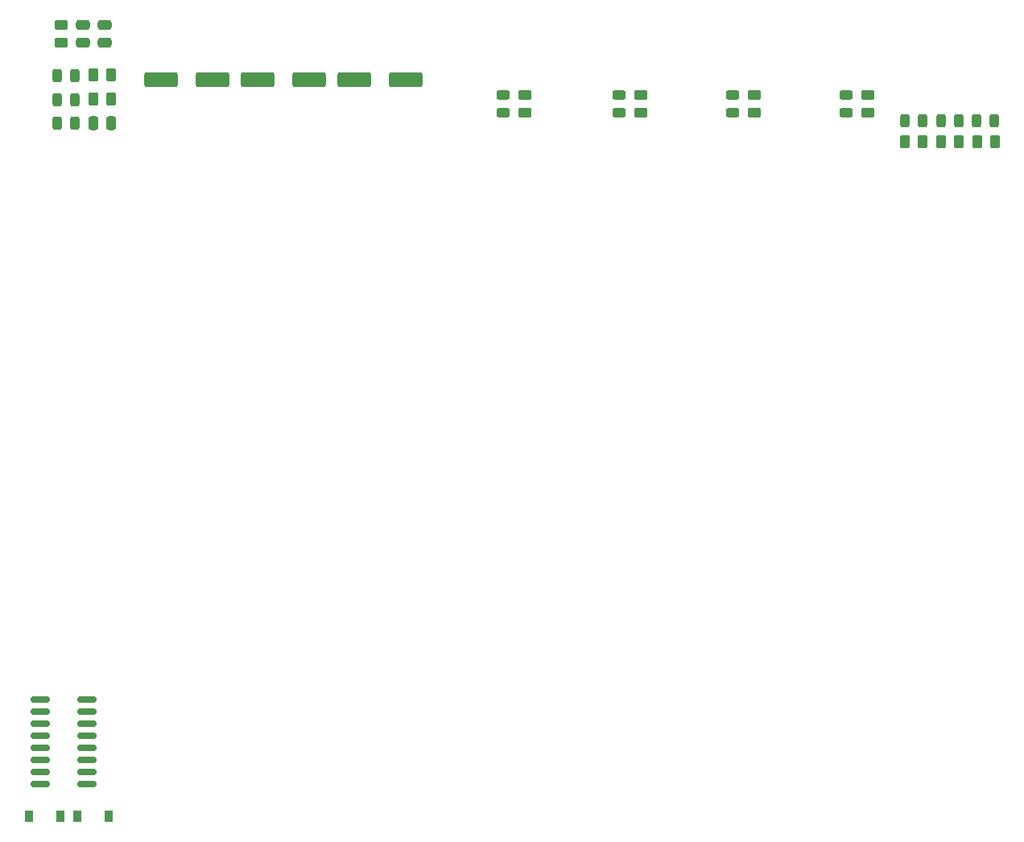
<source format=gbr>
%TF.GenerationSoftware,KiCad,Pcbnew,(6.0.0-0)*%
%TF.CreationDate,2022-11-30T22:17:17-05:00*%
%TF.ProjectId,prototype-board,70726f74-6f74-4797-9065-2d626f617264,rev?*%
%TF.SameCoordinates,Original*%
%TF.FileFunction,Paste,Top*%
%TF.FilePolarity,Positive*%
%FSLAX46Y46*%
G04 Gerber Fmt 4.6, Leading zero omitted, Abs format (unit mm)*
G04 Created by KiCad (PCBNEW (6.0.0-0)) date 2022-11-30 22:17:17*
%MOMM*%
%LPD*%
G01*
G04 APERTURE LIST*
G04 Aperture macros list*
%AMRoundRect*
0 Rectangle with rounded corners*
0 $1 Rounding radius*
0 $2 $3 $4 $5 $6 $7 $8 $9 X,Y pos of 4 corners*
0 Add a 4 corners polygon primitive as box body*
4,1,4,$2,$3,$4,$5,$6,$7,$8,$9,$2,$3,0*
0 Add four circle primitives for the rounded corners*
1,1,$1+$1,$2,$3*
1,1,$1+$1,$4,$5*
1,1,$1+$1,$6,$7*
1,1,$1+$1,$8,$9*
0 Add four rect primitives between the rounded corners*
20,1,$1+$1,$2,$3,$4,$5,0*
20,1,$1+$1,$4,$5,$6,$7,0*
20,1,$1+$1,$6,$7,$8,$9,0*
20,1,$1+$1,$8,$9,$2,$3,0*%
G04 Aperture macros list end*
%ADD10RoundRect,0.243750X0.243750X0.456250X-0.243750X0.456250X-0.243750X-0.456250X0.243750X-0.456250X0*%
%ADD11RoundRect,0.250000X0.262500X0.450000X-0.262500X0.450000X-0.262500X-0.450000X0.262500X-0.450000X0*%
%ADD12RoundRect,0.250000X-0.262500X-0.450000X0.262500X-0.450000X0.262500X0.450000X-0.262500X0.450000X0*%
%ADD13R,0.900000X1.200000*%
%ADD14RoundRect,0.250000X0.450000X-0.262500X0.450000X0.262500X-0.450000X0.262500X-0.450000X-0.262500X0*%
%ADD15RoundRect,0.243750X0.456250X-0.243750X0.456250X0.243750X-0.456250X0.243750X-0.456250X-0.243750X0*%
%ADD16RoundRect,0.150000X0.825000X0.150000X-0.825000X0.150000X-0.825000X-0.150000X0.825000X-0.150000X0*%
%ADD17RoundRect,0.250000X-0.250000X-0.475000X0.250000X-0.475000X0.250000X0.475000X-0.250000X0.475000X0*%
%ADD18RoundRect,0.250000X-1.500000X-0.550000X1.500000X-0.550000X1.500000X0.550000X-1.500000X0.550000X0*%
%ADD19RoundRect,0.250000X0.475000X-0.250000X0.475000X0.250000X-0.475000X0.250000X-0.475000X-0.250000X0*%
G04 APERTURE END LIST*
D10*
%TO.C,D6*%
X44867000Y-58486000D03*
X42992000Y-58486000D03*
%TD*%
%TO.C,D5*%
X141575000Y-60706000D03*
X139700000Y-60706000D03*
%TD*%
D11*
%TO.C,R7*%
X134008500Y-62913500D03*
X132183500Y-62913500D03*
%TD*%
D12*
%TO.C,R9*%
X46839500Y-55880000D03*
X48664500Y-55880000D03*
%TD*%
%TO.C,R8*%
X46839500Y-58420000D03*
X48664500Y-58420000D03*
%TD*%
D13*
%TO.C,D9*%
X45086000Y-133858000D03*
X48386000Y-133858000D03*
%TD*%
D10*
%TO.C,D11*%
X137843500Y-60706000D03*
X135968500Y-60706000D03*
%TD*%
D14*
%TO.C,R2*%
X104394000Y-59840500D03*
X104394000Y-58015500D03*
%TD*%
%TO.C,R10*%
X43434000Y-52474500D03*
X43434000Y-50649500D03*
%TD*%
D15*
%TO.C,D4*%
X125989000Y-59865500D03*
X125989000Y-57990500D03*
%TD*%
D16*
%TO.C,U4*%
X46163000Y-130429000D03*
X46163000Y-129159000D03*
X46163000Y-127889000D03*
X46163000Y-126619000D03*
X46163000Y-125349000D03*
X46163000Y-124079000D03*
X46163000Y-122809000D03*
X46163000Y-121539000D03*
X41213000Y-121539000D03*
X41213000Y-122809000D03*
X41213000Y-124079000D03*
X41213000Y-125349000D03*
X41213000Y-126619000D03*
X41213000Y-127889000D03*
X41213000Y-129159000D03*
X41213000Y-130429000D03*
%TD*%
D10*
%TO.C,D7*%
X44867000Y-55946000D03*
X42992000Y-55946000D03*
%TD*%
D13*
%TO.C,D10*%
X43306000Y-133858000D03*
X40006000Y-133858000D03*
%TD*%
D15*
%TO.C,D1*%
X89921000Y-59865500D03*
X89921000Y-57990500D03*
%TD*%
D11*
%TO.C,R6*%
X137818500Y-62913500D03*
X135993500Y-62913500D03*
%TD*%
D10*
%TO.C,D12*%
X134033500Y-60706000D03*
X132158500Y-60706000D03*
%TD*%
D17*
%TO.C,C1*%
X46802000Y-60960000D03*
X48702000Y-60960000D03*
%TD*%
D18*
%TO.C,C4*%
X64114000Y-56390500D03*
X69514000Y-56390500D03*
%TD*%
D19*
%TO.C,C3*%
X48006000Y-52512000D03*
X48006000Y-50612000D03*
%TD*%
D15*
%TO.C,D2*%
X102108000Y-59865500D03*
X102108000Y-57990500D03*
%TD*%
D14*
%TO.C,R4*%
X128275000Y-59840500D03*
X128275000Y-58015500D03*
%TD*%
D10*
%TO.C,D8*%
X44879500Y-60960000D03*
X43004500Y-60960000D03*
%TD*%
D14*
%TO.C,R1*%
X92207000Y-59840500D03*
X92207000Y-58015500D03*
%TD*%
D11*
%TO.C,R5*%
X141628500Y-62913500D03*
X139803500Y-62913500D03*
%TD*%
D18*
%TO.C,C6*%
X53954000Y-56390500D03*
X59354000Y-56390500D03*
%TD*%
D15*
%TO.C,D3*%
X114051000Y-59865500D03*
X114051000Y-57990500D03*
%TD*%
D14*
%TO.C,R3*%
X116337000Y-59840500D03*
X116337000Y-58015500D03*
%TD*%
D19*
%TO.C,C2*%
X45720000Y-52512000D03*
X45720000Y-50612000D03*
%TD*%
D18*
%TO.C,C5*%
X74274000Y-56390500D03*
X79674000Y-56390500D03*
%TD*%
M02*

</source>
